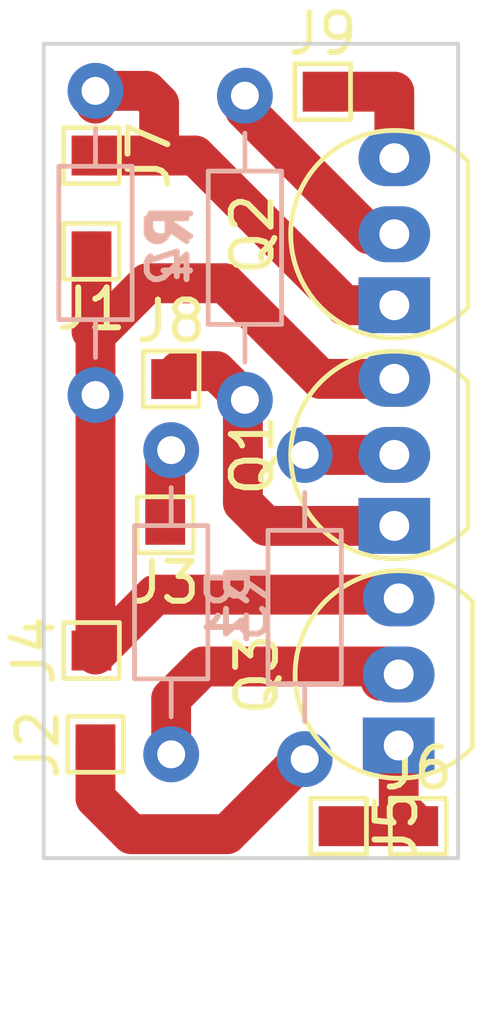
<source format=kicad_pcb>
(kicad_pcb (version 20221018) (generator pcbnew)
  (layers (0 "F.Cu" signal) (31 "B.Cu" signal) (34 "B.Paste" user) (35 "F.Paste" user) (36 "B.SilkS" user "B.Silkscreen") (37 "F.SilkS" user "F.Silkscreen") (38 "B.Mask" user) (39 "F.Mask" user) (44 "Edge.Cuts" user))
  (net 0 "")
  (net 1 "+3.3V")
  (net 2 "GND")
  (net 3 "Net-(Q2-B)")
  (net 4 "Net-(J2-Pin_1)")
  (net 5 "Net-(J3-Pin_1)")
  (net 6 "Net-(Q1-B)")
  (net 7 "Net-(Q3-B)")
  (net 8 "Net-(J5-Pin_1)")
  (net 9 "Net-(J7-Pin_1)")
  (net 10 "Net-(J8-Pin_1)")
  (footprint "TestPoint:TestPoint_Pad_1.0x1.0mm" (layer "F.Cu") (at 50.4 52 -90)
    (fp_text reference "J7" (at 0 -1.448 90) (layer "F.SilkS"))
    (fp_text value "R_PWM")
    (fp_line (start -0.7 -0.7) (end 0.7 -0.7) (stroke (width 0.12)) (layer "F.SilkS"))
    (fp_line (start -0.7 0.7) (end -0.7 -0.7) (stroke (width 0.12)) (layer "F.SilkS"))
    (fp_line (start 0.7 -0.7) (end 0.7 0.7) (stroke (width 0.12)) (layer "F.SilkS"))
    (fp_line (start 0.7 0.7) (end -0.7 0.7) (stroke (width 0.12)) (layer "F.SilkS"))
    (pad "1" smd rect (at 0 0 270) (size 1 1) (layers "F.Cu" "F.Mask") (net 9 "Net-(J7-Pin_1)"))
  )
  (footprint "Package_TO_SOT_THT:TO-92_Inline" (layer "F.Cu") (at 58.11 66.27 90)
    (fp_text reference "Q3" (at 1.27 -3.56 90) (layer "F.SilkS"))
    (fp_text value "BC557")
    (fp_line (start -0.53 1.85) (end 3.07 1.85) (stroke (width 0.12)) (layer "F.SilkS"))
    (fp_arc (start -0.568478 1.838478) (mid -1.132087 -0.994977) (end 1.27 -2.6) (stroke (width 0.12)) (layer "F.SilkS"))
    (fp_arc (start 1.27 -2.6) (mid 3.672087 -0.994977) (end 3.108478 1.838478) (stroke (width 0.12)) (layer "F.SilkS"))
    (pad "1" thru_hole rect (at -0.508 0 90) (size 1.4 1.8) (drill 0.75) (layers "*.Cu" "*.Mask") (net 8 "Net-(J5-Pin_1)"))
    (pad "2" thru_hole oval (at 1.27 0 90) (size 1.4 1.8) (drill 0.75) (layers "*.Cu" "*.Mask") (net 7 "Net-(Q3-B)"))
    (pad "3" thru_hole oval (at 3.175 0 90) (size 1.4 1.8) (drill 0.75) (layers "*.Cu" "*.Mask") (net 1 "+3.3V"))
  )
  (footprint "TestPoint:TestPoint_Pad_1.0x1.0mm" (layer "F.Cu") (at 56.6 68.8 -90)
    (fp_text reference "J5" (at 0 -1.448 90) (layer "F.SilkS"))
    (fp_text value "R_EN")
    (fp_line (start -0.7 -0.7) (end 0.7 -0.7) (stroke (width 0.12)) (layer "F.SilkS"))
    (fp_line (start -0.7 0.7) (end -0.7 -0.7) (stroke (width 0.12)) (layer "F.SilkS"))
    (fp_line (start 0.7 -0.7) (end 0.7 0.7) (stroke (width 0.12)) (layer "F.SilkS"))
    (fp_line (start 0.7 0.7) (end -0.7 0.7) (stroke (width 0.12)) (layer "F.SilkS"))
    (pad "1" smd rect (at 0 0 270) (size 1 1) (layers "F.Cu" "F.Mask") (net 8 "Net-(J5-Pin_1)"))
  )
  (footprint "TestPoint:TestPoint_Pad_1.0x1.0mm" (layer "F.Cu") (at 52.25 61.25 180)
    (fp_text reference "J3" (at 0 -1.448) (layer "F.SilkS"))
    (fp_text value "SPD")
    (fp_line (start -0.7 -0.7) (end 0.7 -0.7) (stroke (width 0.12)) (layer "F.SilkS"))
    (fp_line (start -0.7 0.7) (end -0.7 -0.7) (stroke (width 0.12)) (layer "F.SilkS"))
    (fp_line (start 0.7 -0.7) (end 0.7 0.7) (stroke (width 0.12)) (layer "F.SilkS"))
    (fp_line (start 0.7 0.7) (end -0.7 0.7) (stroke (width 0.12)) (layer "F.SilkS"))
    (pad "1" smd rect (at 0 0 180) (size 1 1) (layers "F.Cu" "F.Mask") (net 5 "Net-(J3-Pin_1)"))
  )
  (footprint "TestPoint:TestPoint_Pad_1.0x1.0mm" (layer "F.Cu") (at 58.6 68.8)
    (fp_text reference "J6" (at 0 -1.448) (layer "F.SilkS"))
    (fp_text value "L_EN")
    (fp_line (start -0.7 -0.7) (end 0.7 -0.7) (stroke (width 0.12)) (layer "F.SilkS"))
    (fp_line (start -0.7 0.7) (end -0.7 -0.7) (stroke (width 0.12)) (layer "F.SilkS"))
    (fp_line (start 0.7 -0.7) (end 0.7 0.7) (stroke (width 0.12)) (layer "F.SilkS"))
    (fp_line (start 0.7 0.7) (end -0.7 0.7) (stroke (width 0.12)) (layer "F.SilkS"))
    (pad "1" smd rect (at 0 0) (size 1 1) (layers "F.Cu" "F.Mask") (net 8 "Net-(J5-Pin_1)"))
  )
  (footprint "TestPoint:TestPoint_Pad_1.0x1.0mm" (layer "F.Cu") (at 50.5 66.75 90)
    (fp_text reference "J2" (at 0 -1.448 90) (layer "F.SilkS"))
    (fp_text value "DIR")
    (fp_line (start -0.7 -0.7) (end 0.7 -0.7) (stroke (width 0.12)) (layer "F.SilkS"))
    (fp_line (start -0.7 0.7) (end -0.7 -0.7) (stroke (width 0.12)) (layer "F.SilkS"))
    (fp_line (start 0.7 -0.7) (end 0.7 0.7) (stroke (width 0.12)) (layer "F.SilkS"))
    (fp_line (start 0.7 0.7) (end -0.7 0.7) (stroke (width 0.12)) (layer "F.SilkS"))
    (pad "1" smd rect (at 0 0 90) (size 1 1) (layers "F.Cu" "F.Mask") (net 4 "Net-(J2-Pin_1)"))
  )
  (footprint "TestPoint:TestPoint_Pad_1.0x1.0mm" (layer "F.Cu") (at 50.4 64.4 90)
    (fp_text reference "J4" (at 0 -1.448 90) (layer "F.SilkS"))
    (fp_text value "VCC")
    (fp_line (start -0.7 -0.7) (end 0.7 -0.7) (stroke (width 0.12)) (layer "F.SilkS"))
    (fp_line (start -0.7 0.7) (end -0.7 -0.7) (stroke (width 0.12)) (layer "F.SilkS"))
    (fp_line (start 0.7 -0.7) (end 0.7 0.7) (stroke (width 0.12)) (layer "F.SilkS"))
    (fp_line (start 0.7 0.7) (end -0.7 0.7) (stroke (width 0.12)) (layer "F.SilkS"))
    (pad "1" smd rect (at 0 0 90) (size 1 1) (layers "F.Cu" "F.Mask") (net 1 "+3.3V"))
  )
  (footprint "Package_TO_SOT_THT:TO-92_Inline" (layer "F.Cu") (at 58 60.77 90)
    (fp_text reference "Q1" (at 1.27 -3.56 90) (layer "F.SilkS"))
    (fp_text value "BC557")
    (fp_line (start -0.53 1.85) (end 3.07 1.85) (stroke (width 0.12)) (layer "F.SilkS"))
    (fp_arc (start -0.568478 1.838478) (mid -1.132087 -0.994977) (end 1.27 -2.6) (stroke (width 0.12)) (layer "F.SilkS"))
    (fp_arc (start 1.27 -2.6) (mid 3.672087 -0.994977) (end 3.108478 1.838478) (stroke (width 0.12)) (layer "F.SilkS"))
    (pad "1" thru_hole rect (at -0.508 0 90) (size 1.4 1.8) (drill 0.75) (layers "*.Cu" "*.Mask") (net 10 "Net-(J8-Pin_1)"))
    (pad "2" thru_hole oval (at 1.27 0 90) (size 1.4 1.8) (drill 0.75) (layers "*.Cu" "*.Mask") (net 6 "Net-(Q1-B)"))
    (pad "3" thru_hole oval (at 3.175 0 90) (size 1.4 1.8) (drill 0.75) (layers "*.Cu" "*.Mask") (net 1 "+3.3V"))
  )
  (footprint "TestPoint:TestPoint_Pad_1.0x1.0mm" (layer "F.Cu") (at 52.4 57.6)
    (fp_text reference "J8" (at 0 -1.448) (layer "F.SilkS"))
    (fp_text value "L_PWM")
    (fp_line (start -0.7 -0.7) (end 0.7 -0.7) (stroke (width 0.12)) (layer "F.SilkS"))
    (fp_line (start -0.7 0.7) (end -0.7 -0.7) (stroke (width 0.12)) (layer "F.SilkS"))
    (fp_line (start 0.7 -0.7) (end 0.7 0.7) (stroke (width 0.12)) (layer "F.SilkS"))
    (fp_line (start 0.7 0.7) (end -0.7 0.7) (stroke (width 0.12)) (layer "F.SilkS"))
    (pad "1" smd rect (at 0 0) (size 1 1) (layers "F.Cu" "F.Mask") (net 10 "Net-(J8-Pin_1)"))
  )
  (footprint "TestPoint:TestPoint_Pad_1.0x1.0mm" (layer "F.Cu") (at 50.4 54.4 180)
    (fp_text reference "J1" (at 0 -1.448) (layer "F.SilkS"))
    (fp_text value "VCC")
    (fp_line (start -0.7 -0.7) (end 0.7 -0.7) (stroke (width 0.12)) (layer "F.SilkS"))
    (fp_line (start -0.7 0.7) (end -0.7 -0.7) (stroke (width 0.12)) (layer "F.SilkS"))
    (fp_line (start 0.7 -0.7) (end 0.7 0.7) (stroke (width 0.12)) (layer "F.SilkS"))
    (fp_line (start 0.7 0.7) (end -0.7 0.7) (stroke (width 0.12)) (layer "F.SilkS"))
    (pad "1" smd rect (at 0 0 180) (size 1 1) (layers "F.Cu" "F.Mask") (net 1 "+3.3V"))
  )
  (footprint "Package_TO_SOT_THT:TO-92_Inline" (layer "F.Cu") (at 58 55.242 90)
    (fp_text reference "Q2" (at 1.27 -3.56 90) (layer "F.SilkS"))
    (fp_text value "BC547")
    (fp_line (start -0.53 1.85) (end 3.07 1.85) (stroke (width 0.12)) (layer "F.SilkS"))
    (fp_arc (start -0.568478 1.838478) (mid -1.132087 -0.994977) (end 1.27 -2.6) (stroke (width 0.12)) (layer "F.SilkS"))
    (fp_arc (start 1.27 -2.6) (mid 3.672087 -0.994977) (end 3.108478 1.838478) (stroke (width 0.12)) (layer "F.SilkS"))
    (pad "1" thru_hole rect (at -0.508 0 90) (size 1.4 1.8) (drill 0.75) (layers "*.Cu" "*.Mask") (net 9 "Net-(J7-Pin_1)"))
    (pad "2" thru_hole oval (at 1.27 0 90) (size 1.4 1.8) (drill 0.75) (layers "*.Cu" "*.Mask") (net 3 "Net-(Q2-B)"))
    (pad "3" thru_hole oval (at 3.175 0 90) (size 1.4 1.8) (drill 0.75) (layers "*.Cu" "*.Mask") (net 2 "GND"))
  )
  (footprint "TestPoint:TestPoint_Pad_1.0x1.0mm" (layer "F.Cu") (at 56.2 50.4)
    (fp_text reference "J9" (at 0 -1.448) (layer "F.SilkS"))
    (fp_text value "GND")
    (fp_line (start -0.7 -0.7) (end 0.7 -0.7) (stroke (width 0.12)) (layer "F.SilkS"))
    (fp_line (start -0.7 0.7) (end -0.7 -0.7) (stroke (width 0.12)) (layer "F.SilkS"))
    (fp_line (start 0.7 -0.7) (end 0.7 0.7) (stroke (width 0.12)) (layer "F.SilkS"))
    (fp_line (start 0.7 0.7) (end -0.7 0.7) (stroke (width 0.12)) (layer "F.SilkS"))
    (pad "1" smd rect (at 0 0) (size 1 1) (layers "F.Cu" "F.Mask") (net 2 "GND"))
  )
  (footprint "Resistor_THT:R_Axial_DIN0204_L3.6mm_D1.6mm_P7.62mm_Horizontal" (layer "B.Cu") (at 52.4 67 90)
    (fp_text reference "R3" (at 3.81 1.92 90) (layer "B.SilkS") (effects (justify mirror)))
    (fp_text value "4K7")
    (fp_line (start 0.94 0) (end 1.89 0) (stroke (width 0.12)) (layer "B.SilkS"))
    (fp_line (start 1.89 -0.92) (end 5.73 -0.92) (stroke (width 0.12)) (layer "B.SilkS"))
    (fp_line (start 1.89 0.92) (end 1.89 -0.92) (stroke (width 0.12)) (layer "B.SilkS"))
    (fp_line (start 5.73 -0.92) (end 5.73 0.92) (stroke (width 0.12)) (layer "B.SilkS"))
    (fp_line (start 5.73 0.92) (end 1.89 0.92) (stroke (width 0.12)) (layer "B.SilkS"))
    (fp_line (start 6.68 0) (end 5.73 0) (stroke (width 0.12)) (layer "B.SilkS"))
    (pad "1" thru_hole circle (at 0 0 90) (size 1.4 1.4) (drill 0.7) (layers "*.Cu" "*.Mask") (net 7 "Net-(Q3-B)"))
    (pad "2" thru_hole oval (at 7.62 0 90) (size 1.4 1.4) (drill 0.7) (layers "*.Cu" "*.Mask") (net 5 "Net-(J3-Pin_1)"))
  )
  (footprint "Resistor_THT:R_Axial_DIN0204_L3.6mm_D1.6mm_P7.62mm_Horizontal" (layer "B.Cu") (at 50.5 58 90)
    (fp_text reference "R4" (at 3.81 1.92 -270) (layer "B.SilkS") (effects (justify mirror)))
    (fp_text value "100")
    (fp_line (start 0.94 0) (end 1.89 0) (stroke (width 0.12)) (layer "B.SilkS"))
    (fp_line (start 1.89 -0.92) (end 5.73 -0.92) (stroke (width 0.12)) (layer "B.SilkS"))
    (fp_line (start 1.89 0.92) (end 1.89 -0.92) (stroke (width 0.12)) (layer "B.SilkS"))
    (fp_line (start 5.73 -0.92) (end 5.73 0.92) (stroke (width 0.12)) (layer "B.SilkS"))
    (fp_line (start 5.73 0.92) (end 1.89 0.92) (stroke (width 0.12)) (layer "B.SilkS"))
    (fp_line (start 6.68 0) (end 5.73 0) (stroke (width 0.12)) (layer "B.SilkS"))
    (pad "1" thru_hole circle (at 0 0 90) (size 1.4 1.4) (drill 0.7) (layers "*.Cu" "*.Mask") (net 1 "+3.3V"))
    (pad "2" thru_hole oval (at 7.62 0 90) (size 1.4 1.4) (drill 0.7) (layers "*.Cu" "*.Mask") (net 9 "Net-(J7-Pin_1)"))
  )
  (footprint "Resistor_THT:R_Axial_DIN0204_L3.6mm_D1.6mm_P7.62mm_Horizontal" (layer "B.Cu") (at 55.75 59.5 -90)
    (fp_text reference "R1" (at 3.81 1.92 90) (layer "B.SilkS") (effects (justify mirror)))
    (fp_text value "4K7")
    (fp_line (start 0.94 0) (end 1.89 0) (stroke (width 0.12)) (layer "B.SilkS"))
    (fp_line (start 1.89 -0.92) (end 5.73 -0.92) (stroke (width 0.12)) (layer "B.SilkS"))
    (fp_line (start 1.89 0.92) (end 1.89 -0.92) (stroke (width 0.12)) (layer "B.SilkS"))
    (fp_line (start 5.73 -0.92) (end 5.73 0.92) (stroke (width 0.12)) (layer "B.SilkS"))
    (fp_line (start 5.73 0.92) (end 1.89 0.92) (stroke (width 0.12)) (layer "B.SilkS"))
    (fp_line (start 6.68 0) (end 5.73 0) (stroke (width 0.12)) (layer "B.SilkS"))
    (pad "1" thru_hole circle (at 0 0 270) (size 1.4 1.4) (drill 0.7) (layers "*.Cu" "*.Mask") (net 6 "Net-(Q1-B)"))
    (pad "2" thru_hole oval (at 7.62 0 270) (size 1.4 1.4) (drill 0.7) (layers "*.Cu" "*.Mask") (net 4 "Net-(J2-Pin_1)"))
  )
  (footprint "Resistor_THT:R_Axial_DIN0204_L3.6mm_D1.6mm_P7.62mm_Horizontal" (layer "B.Cu") (at 54.25 50.5 -90)
    (fp_text reference "R2" (at 3.81 1.92 90) (layer "B.SilkS") (effects (justify mirror)))
    (fp_text value "1K")
    (fp_line (start 0.94 0) (end 1.89 0) (stroke (width 0.12)) (layer "B.SilkS"))
    (fp_line (start 1.89 -0.92) (end 5.73 -0.92) (stroke (width 0.12)) (layer "B.SilkS"))
    (fp_line (start 1.89 0.92) (end 1.89 -0.92) (stroke (width 0.12)) (layer "B.SilkS"))
    (fp_line (start 5.73 -0.92) (end 5.73 0.92) (stroke (width 0.12)) (layer "B.SilkS"))
    (fp_line (start 5.73 0.92) (end 1.89 0.92) (stroke (width 0.12)) (layer "B.SilkS"))
    (fp_line (start 6.68 0) (end 5.73 0) (stroke (width 0.12)) (layer "B.SilkS"))
    (pad "1" thru_hole circle (at 0 0 270) (size 1.4 1.4) (drill 0.7) (layers "*.Cu" "*.Mask") (net 3 "Net-(Q2-B)"))
    (pad "2" thru_hole oval (at 7.62 0 270) (size 1.4 1.4) (drill 0.7) (layers "*.Cu" "*.Mask") (net 10 "Net-(J8-Pin_1)"))
  )
  (gr_rect (start 49.2 49.2) (end 59.6 69.6) (stroke (width 0.1)) (fill none) (layer "Edge.Cuts"))
  (segment (start 58.015 63) (end 52 63) (width 1) (layer "F.Cu") (net 1))
  (segment (start 53.75 55.2) (end 51.8 55.2) (width 1) (layer "F.Cu") (net 1))
  (segment (start 50.5 64.5) (end 50.5 58) (width 1) (layer "F.Cu") (net 1))
  (segment (start 52 63) (end 50.5 64.5) (width 1) (layer "F.Cu") (net 1))
  (segment (start 56.145 57.595) (end 53.75 55.2) (width 1) (layer "F.Cu") (net 1))
  (segment (start 58 57.595) (end 56.145 57.595) (width 1) (layer "F.Cu") (net 1))
  (segment (start 50.5 56.5) (end 50.5 58) (width 1) (layer "F.Cu") (net 1))
  (segment (start 58.11 63.095) (end 58.015 63) (width 1) (layer "F.Cu") (net 1))
  (segment (start 50.4 56.4) (end 50.5 56.5) (width 1) (layer "F.Cu") (net 1))
  (segment (start 50.4 54.4) (end 50.4 56.4) (width 1) (layer "F.Cu") (net 1))
  (segment (start 51.8 55.2) (end 50.5 56.5) (width 1) (layer "F.Cu") (net 1))
  (segment (start 58 50.4) (end 56.2 50.4) (width 1) (layer "F.Cu") (net 2))
  (segment (start 58 52.067) (end 58 50.4) (width 1) (layer "F.Cu") (net 2))
  (segment (start 54.25 50.5) (end 54.25 50.85) (width 1) (layer "F.Cu") (net 3))
  (segment (start 57.372 53.972) (end 58 53.972) (width 1) (layer "F.Cu") (net 3))
  (segment (start 54.25 50.85) (end 57.372 53.972) (width 1) (layer "F.Cu") (net 3))
  (segment (start 51.4 69) (end 50.5 68.1) (width 1) (layer "F.Cu") (net 4))
  (segment (start 53.8 69) (end 51.4 69) (width 1) (layer "F.Cu") (net 4))
  (segment (start 55.68 67.12) (end 53.8 69) (width 1) (layer "F.Cu") (net 4))
  (segment (start 50.5 68.1) (end 50.5 66.75) (width 1) (layer "F.Cu") (net 4))
  (segment (start 55.75 67.12) (end 55.68 67.12) (width 1) (layer "F.Cu") (net 4))
  (segment (start 52.4 59.38) (end 52.25 59.53) (width 1) (layer "F.Cu") (net 5))
  (segment (start 52.25 59.53) (end 52.25 61.25) (width 1) (layer "F.Cu") (net 5))
  (segment (start 58 59.5) (end 55.75 59.5) (width 1) (layer "F.Cu") (net 6))
  (segment (start 52.4 67) (end 52.4 65.6) (width 1) (layer "F.Cu") (net 7))
  (segment (start 53.2 64.8) (end 57.91 64.8) (width 1) (layer "F.Cu") (net 7))
  (segment (start 57.91 64.8) (end 58.11 65) (width 1) (layer "F.Cu") (net 7))
  (segment (start 58 65.155) (end 57.655 65.155) (width 1) (layer "F.Cu") (net 7))
  (segment (start 52.4 65.6) (end 53.2 64.8) (width 1) (layer "F.Cu") (net 7))
  (segment (start 58.11 68.31) (end 58.6 68.8) (width 1) (layer "F.Cu") (net 8))
  (segment (start 56.6 68.8) (end 58.6 68.8) (width 1) (layer "F.Cu") (net 8))
  (segment (start 58.11 66.778) (end 58.11 68.31) (width 1) (layer "F.Cu") (net 8))
  (segment (start 52.097056 50.697056) (end 52.097056 52) (width 1) (layer "F.Cu") (net 9))
  (segment (start 52.097056 52) (end 50.4 52) (width 1) (layer "F.Cu") (net 9))
  (segment (start 50.5 50.38) (end 51.78 50.38) (width 1) (layer "F.Cu") (net 9))
  (segment (start 58 55.75) (end 56.75 55.75) (width 1) (layer "F.Cu") (net 9))
  (segment (start 53 52) (end 52.097056 52) (width 1) (layer "F.Cu") (net 9))
  (segment (start 56.75 55.75) (end 53 52) (width 1) (layer "F.Cu") (net 9))
  (segment (start 51.78 50.38) (end 52.097056 50.697056) (width 1) (layer "F.Cu") (net 9))
  (segment (start 50.5 50.38) (end 50.5 50.7) (width 1) (layer "F.Cu") (net 9))
  (segment (start 52.6 57.4) (end 53.53 57.4) (width 1) (layer "F.Cu") (net 10))
  (segment (start 54.778 61.278) (end 58 61.278) (width 1) (layer "F.Cu") (net 10))
  (segment (start 52.4 57.6) (end 52.6 57.4) (width 1) (layer "F.Cu") (net 10))
  (segment (start 53.53 57.4) (end 54.25 58.12) (width 1) (layer "F.Cu") (net 10))
  (segment (start 54.2 60.7) (end 54.778 61.278) (width 1) (layer "F.Cu") (net 10))
  (segment (start 54.2 58.17) (end 54.2 60.7) (width 1) (layer "F.Cu") (net 10))
  (segment (start 54.25 58.12) (end 54.2 58.17) (width 1) (layer "F.Cu") (net 10))
)
</source>
